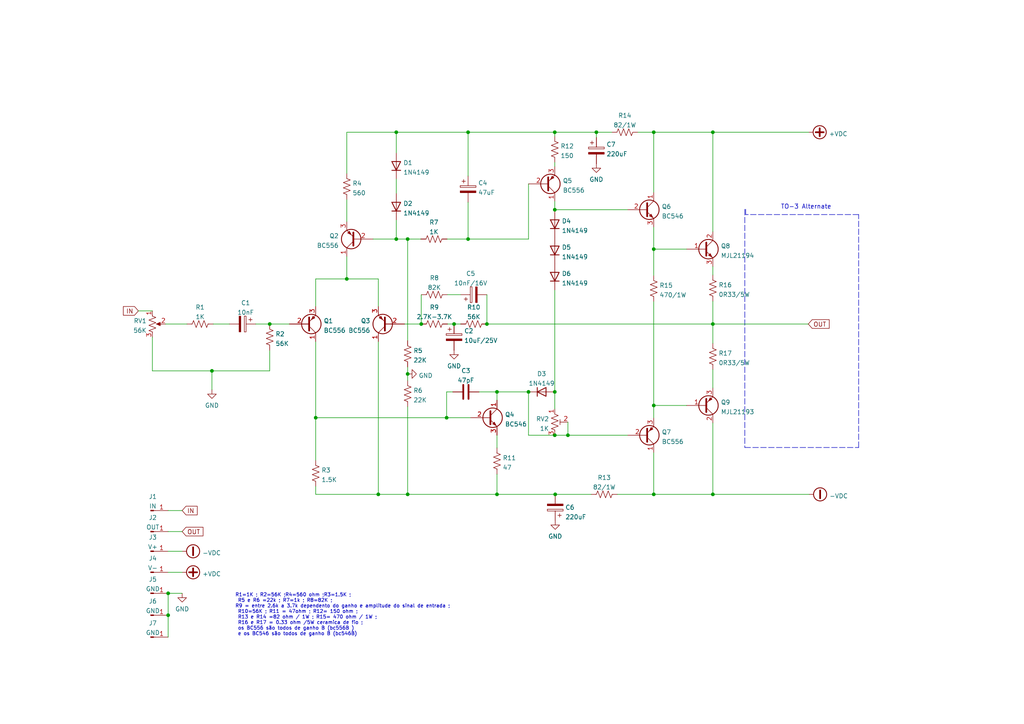
<source format=kicad_sch>
(kicad_sch (version 20211123) (generator eeschema)
  (paper "A4")
  (lib_symbols
    (symbol "Connector:Conn_01x01_Male" (pin_names (offset 1.016) hide)
      (property "Reference" "J" (at 0 2.54 0))
      (property "Value" "Conn_01x01_Male" (at 0 -2.54 0))
      (symbol "Conn_01x01_Male_1_1"
        (polyline (pts (xy 1.27 0) (xy 0.8636 0)) (stroke (width 0.1524)))
        (rectangle (start 0.8636 0.127) (end 0 -0.127) (stroke (width 0.1524)) (fill (type outline)))
        (pin passive line (at 5.08 0 180) (length 3.81) (name "Pin_1") (number "1"))
      )
    )
    (symbol "Device:C" (pin_numbers hide) (pin_names (offset 0.254))
      (property "Reference" "C" (at 0.635 2.54 0))
      (property "Value" "C" (at 0.635 -2.54 0))
      (symbol "C_0_1"
        (polyline (pts (xy -2.032 -0.762) (xy 2.032 -0.762)) (stroke (width 0.508)))
        (polyline (pts (xy -2.032 0.762) (xy 2.032 0.762)) (stroke (width 0.508)))
      )
      (symbol "C_1_1"
        (pin passive line (at 0 3.81 270) (length 2.794) (name "~") (number "1"))
        (pin passive line (at 0 -3.81 90) (length 2.794) (name "~") (number "2"))
      )
    )
    (symbol "Device:C_Polarized" (pin_numbers hide) (pin_names (offset 0.254))
      (property "Reference" "C" (at 0.635 2.54 0))
      (property "Value" "C_Polarized" (at 0.635 -2.54 0))
      (symbol "C_Polarized_0_1"
        (rectangle (start -2.286 0.508) (end 2.286 1.016))
        (polyline (pts (xy -1.778 2.286) (xy -0.762 2.286)))
        (polyline (pts (xy -1.27 2.794) (xy -1.27 1.778)))
        (rectangle (start 2.286 -0.508) (end -2.286 -1.016) (fill (type outline)))
      )
      (symbol "C_Polarized_1_1"
        (pin passive line (at 0 3.81 270) (length 2.794) (name "~") (number "1"))
        (pin passive line (at 0 -3.81 90) (length 2.794) (name "~") (number "2"))
      )
    )
    (symbol "Device:Q_NPN_BCE" (pin_names (offset 0) hide)
      (property "Reference" "Q" (at 5.08 1.27 0))
      (property "Value" "Q_NPN_BCE" (at 5.08 -1.27 0))
      (symbol "Q_NPN_BCE_0_1"
        (polyline (pts (xy 0.635 0.635) (xy 2.54 2.54)))
        (polyline (pts (xy 0.635 -0.635) (xy 2.54 -2.54) (xy 2.54 -2.54)))
        (polyline (pts (xy 0.635 1.905) (xy 0.635 -1.905) (xy 0.635 -1.905)) (stroke (width 0.508)))
        (polyline (pts (xy 1.27 -1.778) (xy 1.778 -1.27) (xy 2.286 -2.286) (xy 1.27 -1.778) (xy 1.27 -1.778)) (fill (type outline)))
        (circle (center 1.27 0) (radius 2.8194) (stroke (width 0.254)))
      )
      (symbol "Q_NPN_BCE_1_1"
        (pin input line (at -5.08 0 0) (length 5.715) (name "B") (number "1"))
        (pin passive line (at 2.54 5.08 270) (length 2.54) (name "C") (number "2"))
        (pin passive line (at 2.54 -5.08 90) (length 2.54) (name "E") (number "3"))
      )
    )
    (symbol "Device:Q_PNP_BCE" (pin_names (offset 0) hide)
      (property "Reference" "Q" (at 5.08 1.27 0))
      (property "Value" "Q_PNP_BCE" (at 5.08 -1.27 0))
      (symbol "Q_PNP_BCE_0_1"
        (polyline (pts (xy 0.635 0.635) (xy 2.54 2.54)))
        (polyline (pts (xy 0.635 -0.635) (xy 2.54 -2.54) (xy 2.54 -2.54)))
        (polyline (pts (xy 0.635 1.905) (xy 0.635 -1.905) (xy 0.635 -1.905)) (stroke (width 0.508)))
        (polyline (pts (xy 2.286 -1.778) (xy 1.778 -2.286) (xy 1.27 -1.27) (xy 2.286 -1.778) (xy 2.286 -1.778)) (fill (type outline)))
        (circle (center 1.27 0) (radius 2.8194) (stroke (width 0.254)))
      )
      (symbol "Q_PNP_BCE_1_1"
        (pin input line (at -5.08 0 0) (length 5.715) (name "B") (number "1"))
        (pin passive line (at 2.54 5.08 270) (length 2.54) (name "C") (number "2"))
        (pin passive line (at 2.54 -5.08 90) (length 2.54) (name "E") (number "3"))
      )
    )
    (symbol "Device:R_Potentiometer_Trim_US" (pin_names (offset 1.016) hide)
      (property "Reference" "RV" (at -4.445 0 90))
      (property "Value" "R_Potentiometer_Trim_US" (at -2.54 0 90))
      (symbol "R_Potentiometer_Trim_US_0_1"
        (polyline (pts (xy 0 -2.286) (xy 0 -2.54)))
        (polyline (pts (xy 0 2.286) (xy 0 2.54)))
        (polyline (pts (xy 1.524 0.762) (xy 1.524 -0.762)))
        (polyline (pts (xy 2.54 0) (xy 1.524 0)))
        (polyline (pts (xy 0 -0.762) (xy 1.016 -1.143) (xy 0 -1.524) (xy -1.016 -1.905) (xy 0 -2.286)))
        (polyline (pts (xy 0 0.762) (xy 1.016 0.381) (xy 0 0) (xy -1.016 -0.381) (xy 0 -0.762)))
        (polyline (pts (xy 0 2.286) (xy 1.016 1.905) (xy 0 1.524) (xy -1.016 1.143) (xy 0 0.762)))
      )
      (symbol "R_Potentiometer_Trim_US_1_1"
        (pin passive line (at 0 3.81 270) (length 1.27) (name "1") (number "1"))
        (pin passive line (at 3.81 0 180) (length 1.27) (name "2") (number "2"))
        (pin passive line (at 0 -3.81 90) (length 1.27) (name "3") (number "3"))
      )
    )
    (symbol "Device:R_Potentiometer_US" (pin_names (offset 1.016) hide)
      (property "Reference" "RV" (at -4.445 0 90))
      (property "Value" "R_Potentiometer_US" (at -2.54 0 90))
      (symbol "R_Potentiometer_US_0_1"
        (polyline (pts (xy 0 -2.286) (xy 0 -2.54)))
        (polyline (pts (xy 0 2.54) (xy 0 2.286)))
        (polyline (pts (xy 2.54 0) (xy 1.524 0)))
        (polyline (pts (xy 1.143 0) (xy 2.286 0.508) (xy 2.286 -0.508) (xy 1.143 0)) (fill (type outline)))
        (polyline (pts (xy 0 -0.762) (xy 1.016 -1.143) (xy 0 -1.524) (xy -1.016 -1.905) (xy 0 -2.286)))
        (polyline (pts (xy 0 0.762) (xy 1.016 0.381) (xy 0 0) (xy -1.016 -0.381) (xy 0 -0.762)))
        (polyline (pts (xy 0 2.286) (xy 1.016 1.905) (xy 0 1.524) (xy -1.016 1.143) (xy 0 0.762)))
      )
      (symbol "R_Potentiometer_US_1_1"
        (pin passive line (at 0 3.81 270) (length 1.27) (name "1") (number "1"))
        (pin passive line (at 3.81 0 180) (length 1.27) (name "2") (number "2"))
        (pin passive line (at 0 -3.81 90) (length 1.27) (name "3") (number "3"))
      )
    )
    (symbol "Device:R_US" (pin_numbers hide) (pin_names (offset 0))
      (property "Reference" "R" (at 2.54 0 90))
      (property "Value" "R_US" (at -2.54 0 90))
      (symbol "R_US_0_1"
        (polyline (pts (xy 0 -2.286) (xy 0 -2.54)))
        (polyline (pts (xy 0 2.286) (xy 0 2.54)))
        (polyline (pts (xy 0 -0.762) (xy 1.016 -1.143) (xy 0 -1.524) (xy -1.016 -1.905) (xy 0 -2.286)))
        (polyline (pts (xy 0 0.762) (xy 1.016 0.381) (xy 0 0) (xy -1.016 -0.381) (xy 0 -0.762)))
        (polyline (pts (xy 0 2.286) (xy 1.016 1.905) (xy 0 1.524) (xy -1.016 1.143) (xy 0 0.762)))
      )
      (symbol "R_US_1_1"
        (pin passive line (at 0 3.81 270) (length 1.27) (name "~") (number "1"))
        (pin passive line (at 0 -3.81 90) (length 1.27) (name "~") (number "2"))
      )
    )
    (symbol "Diode:1N4149" (pin_numbers hide) (pin_names (offset 1.016) hide)
      (property "Reference" "D" (at 0 2.54 0))
      (property "Value" "1N4149" (at 0 -2.54 0))
      (symbol "1N4149_0_1"
        (polyline (pts (xy -1.27 1.27) (xy -1.27 -1.27)) (stroke (width 0.254)))
        (polyline (pts (xy 1.27 0) (xy -1.27 0)))
        (polyline (pts (xy 1.27 1.27) (xy 1.27 -1.27) (xy -1.27 0) (xy 1.27 1.27)) (stroke (width 0.254)))
      )
      (symbol "1N4149_1_1"
        (pin passive line (at -3.81 0 0) (length 2.54) (name "K") (number "1"))
        (pin passive line (at 3.81 0 180) (length 2.54) (name "A") (number "2"))
      )
    )
    (symbol "Transistor_BJT:BC546" (pin_names (offset 0) hide)
      (property "Reference" "Q" (at 5.08 1.905 0))
      (property "Value" "BC546" (at 5.08 0 0))
      (symbol "BC546_0_1"
        (polyline (pts (xy 0 0) (xy 0.635 0)))
        (polyline (pts (xy 0.635 0.635) (xy 2.54 2.54)))
        (polyline (pts (xy 0.635 -0.635) (xy 2.54 -2.54) (xy 2.54 -2.54)))
        (polyline (pts (xy 0.635 1.905) (xy 0.635 -1.905) (xy 0.635 -1.905)) (stroke (width 0.508)))
        (polyline (pts (xy 1.27 -1.778) (xy 1.778 -1.27) (xy 2.286 -2.286) (xy 1.27 -1.778) (xy 1.27 -1.778)) (fill (type outline)))
        (circle (center 1.27 0) (radius 2.8194) (stroke (width 0.254)))
      )
      (symbol "BC546_1_1"
        (pin passive line (at 2.54 5.08 270) (length 2.54) (name "C") (number "1"))
        (pin input line (at -5.08 0 0) (length 5.08) (name "B") (number "2"))
        (pin passive line (at 2.54 -5.08 90) (length 2.54) (name "E") (number "3"))
      )
    )
    (symbol "Transistor_BJT:BC556" (pin_names (offset 0) hide)
      (property "Reference" "Q" (at 5.08 1.905 0))
      (property "Value" "BC556" (at 5.08 0 0))
      (symbol "BC556_0_1"
        (polyline (pts (xy 0.635 0.635) (xy 2.54 2.54)))
        (polyline (pts (xy 0.635 -0.635) (xy 2.54 -2.54) (xy 2.54 -2.54)))
        (polyline (pts (xy 0.635 1.905) (xy 0.635 -1.905) (xy 0.635 -1.905)) (stroke (width 0.508)))
        (polyline (pts (xy 2.286 -1.778) (xy 1.778 -2.286) (xy 1.27 -1.27) (xy 2.286 -1.778) (xy 2.286 -1.778)) (fill (type outline)))
        (circle (center 1.27 0) (radius 2.8194) (stroke (width 0.254)))
      )
      (symbol "BC556_1_1"
        (pin passive line (at 2.54 5.08 270) (length 2.54) (name "C") (number "1"))
        (pin input line (at -5.08 0 0) (length 5.715) (name "B") (number "2"))
        (pin passive line (at 2.54 -5.08 90) (length 2.54) (name "E") (number "3"))
      )
    )
    (symbol "power:+VDC" (power) (pin_names (offset 0))
      (property "Value" "+VDC" (at 0 6.35 0))
      (symbol "+VDC_0_1"
        (polyline (pts (xy -1.143 3.175) (xy 1.143 3.175)) (stroke (width 0.508)))
        (polyline (pts (xy 0 0) (xy 0 1.27)))
        (polyline (pts (xy 0 2.032) (xy 0 4.318)) (stroke (width 0.508)))
        (circle (center 0 3.175) (radius 1.905) (stroke (width 0.254)))
      )
      (symbol "+VDC_1_1"
        (pin power_in line (at 0 0 90) (length 0) hide (name "+VDC") (number "1"))
      )
    )
    (symbol "power:-VDC" (power) (pin_names (offset 0))
      (property "Value" "-VDC" (at 0 6.35 0))
      (symbol "-VDC_0_1"
        (polyline (pts (xy -1.143 3.175) (xy 1.143 3.175)) (stroke (width 0.508)))
        (polyline (pts (xy 0 0) (xy 0 1.27)))
        (circle (center 0 3.175) (radius 1.905) (stroke (width 0.254)))
      )
      (symbol "-VDC_1_1"
        (pin power_in line (at 0 0 90) (length 0) hide (name "-VDC") (number "1"))
      )
    )
    (symbol "power:GND" (power) (pin_names (offset 0))
      (property "Value" "GND" (at 0 -3.81 0))
      (symbol "GND_0_1"
        (polyline (pts (xy 0 0) (xy 0 -1.27) (xy 1.27 -1.27) (xy 0 -2.54) (xy -1.27 -1.27) (xy 0 -1.27)))
      )
      (symbol "GND_1_1"
        (pin power_in line (at 0 0 270) (length 0) hide (name "GND") (number "1"))
      )
    )
  )
  (junction (at 78.232 93.98))
  (junction (at 189.611 38.354))
  (junction (at 118.237 108.458))
  (junction (at 206.756 38.354))
  (junction (at 48.768 172.085))
  (junction (at 144.145 143.383))
  (junction (at 160.909 60.833))
  (junction (at 160.909 113.665))
  (junction (at 48.768 178.435))
  (junction (at 135.763 38.354))
  (junction (at 118.237 143.383))
  (junction (at 114.935 38.354))
  (junction (at 206.756 93.98))
  (junction (at 122.174 93.98))
  (junction (at 118.237 69.342))
  (junction (at 189.611 72.263))
  (junction (at 114.935 69.342))
  (junction (at 144.145 113.665))
  (junction (at 160.909 126.238))
  (junction (at 206.756 143.383))
  (junction (at 164.719 126.238))
  (junction (at 172.974 38.354))
  (junction (at 161.036 143.383))
  (junction (at 131.699 93.98))
  (junction (at 129.54 121.158))
  (junction (at 100.584 80.899))
  (junction (at 160.909 38.354))
  (junction (at 91.567 121.158))
  (junction (at 189.611 143.383))
  (junction (at 189.611 117.602))
  (junction (at 61.468 107.569))
  (junction (at 109.728 143.383))
  (junction (at 141.224 93.98))
  (junction (at 135.763 69.342))
  (junction (at 153.289 113.665))
  (wire (pts (xy 48.768 172.085) (xy 52.832 172.085)))
  (wire (pts (xy 48.768 159.893) (xy 52.832 159.893)))
  (wire (pts (xy 153.289 126.238) (xy 160.909 126.238)))
  (wire (pts (xy 171.45 143.383) (xy 161.036 143.383)))
  (wire (pts (xy 48.768 172.085) (xy 48.768 178.435)))
  (wire (pts (xy 160.909 60.833) (xy 160.909 61.214)))
  (wire (pts (xy 153.289 53.34) (xy 153.289 69.342)))
  (wire (pts (xy 114.935 44.323) (xy 114.935 38.354)))
  (wire (pts (xy 153.289 69.342) (xy 135.763 69.342)))
  (wire (pts (xy 144.145 116.078) (xy 144.145 113.665)))
  (wire (pts (xy 164.719 126.238) (xy 164.719 122.428)))
  (wire (pts (xy 153.289 113.665) (xy 153.289 126.238)))
  (wire (pts (xy 129.794 85.471) (xy 133.604 85.471)))
  (wire (pts (xy 206.756 77.343) (xy 206.756 79.756)))
  (wire (pts (xy 118.237 108.458) (xy 118.237 110.363)))
  (wire (pts (xy 160.909 38.354) (xy 135.763 38.354)))
  (wire (pts (xy 114.935 51.943) (xy 114.935 56.134)))
  (wire (pts (xy 108.204 69.342) (xy 114.935 69.342)))
  (wire (pts (xy 206.756 107.188) (xy 206.756 112.522)))
  (polyline (pts (xy 216.027 60.706) (xy 216.027 129.794)))
  (wire (pts (xy 141.224 85.471) (xy 141.224 93.98)))
  (wire (pts (xy 206.756 143.383) (xy 189.611 143.383)))
  (wire (pts (xy 109.728 99.06) (xy 109.728 143.383)))
  (wire (pts (xy 91.567 99.06) (xy 91.567 121.158)))
  (wire (pts (xy 78.232 101.6) (xy 78.232 107.569)))
  (wire (pts (xy 91.567 121.158) (xy 129.54 121.158)))
  (wire (pts (xy 40.132 90.17) (xy 44.196 90.17)))
  (wire (pts (xy 122.174 85.471) (xy 122.174 93.98)))
  (polyline (pts (xy 216.281 60.706) (xy 216.281 62.23)))
  (wire (pts (xy 189.611 117.602) (xy 189.611 121.158)))
  (wire (pts (xy 118.237 143.383) (xy 109.728 143.383)))
  (wire (pts (xy 206.756 93.98) (xy 141.224 93.98)))
  (wire (pts (xy 118.237 69.342) (xy 118.237 98.806)))
  (wire (pts (xy 160.909 113.665) (xy 160.909 118.618)))
  (wire (pts (xy 48.768 154.178) (xy 52.832 154.178)))
  (wire (pts (xy 185.039 38.354) (xy 189.611 38.354)))
  (wire (pts (xy 129.794 93.98) (xy 131.699 93.98)))
  (wire (pts (xy 144.145 143.383) (xy 118.237 143.383)))
  (wire (pts (xy 206.756 122.682) (xy 206.756 143.383)))
  (wire (pts (xy 48.768 148.082) (xy 52.832 148.082)))
  (wire (pts (xy 189.611 131.318) (xy 189.611 143.383)))
  (wire (pts (xy 172.974 38.354) (xy 160.909 38.354)))
  (wire (pts (xy 189.611 117.602) (xy 199.136 117.602)))
  (wire (pts (xy 129.54 113.665) (xy 131.318 113.665)))
  (wire (pts (xy 189.611 65.913) (xy 189.611 72.263)))
  (wire (pts (xy 114.935 63.754) (xy 114.935 69.342)))
  (wire (pts (xy 189.611 72.263) (xy 189.611 79.883)))
  (wire (pts (xy 144.145 137.541) (xy 144.145 143.383)))
  (wire (pts (xy 61.468 107.569) (xy 44.196 107.569)))
  (wire (pts (xy 74.168 93.98) (xy 78.232 93.98)))
  (wire (pts (xy 109.728 88.9) (xy 109.728 80.899)))
  (wire (pts (xy 100.584 74.422) (xy 100.584 80.899)))
  (wire (pts (xy 160.909 60.833) (xy 181.991 60.833)))
  (wire (pts (xy 114.935 69.342) (xy 118.237 69.342)))
  (wire (pts (xy 234.569 38.354) (xy 206.756 38.354)))
  (wire (pts (xy 189.611 38.354) (xy 189.611 55.753)))
  (wire (pts (xy 48.768 165.989) (xy 52.832 165.989)))
  (wire (pts (xy 78.232 93.98) (xy 83.947 93.98)))
  (polyline (pts (xy 216.027 129.794) (xy 249.047 129.794)))
  (wire (pts (xy 91.567 143.383) (xy 91.567 141.097)))
  (polyline (pts (xy 249.047 62.23) (xy 216.281 62.23)))
  (wire (pts (xy 100.584 38.354) (xy 100.584 50.292)))
  (wire (pts (xy 172.974 38.354) (xy 177.419 38.354)))
  (wire (pts (xy 206.756 38.354) (xy 206.756 67.183)))
  (wire (pts (xy 91.567 80.899) (xy 100.584 80.899)))
  (wire (pts (xy 100.584 57.912) (xy 100.584 64.262)))
  (wire (pts (xy 61.468 107.569) (xy 61.468 113.03)))
  (wire (pts (xy 91.567 121.158) (xy 91.567 133.477)))
  (wire (pts (xy 206.756 93.98) (xy 234.442 93.98)))
  (wire (pts (xy 135.763 38.354) (xy 114.935 38.354)))
  (wire (pts (xy 118.237 69.342) (xy 122.047 69.342)))
  (wire (pts (xy 160.909 39.497) (xy 160.909 38.354)))
  (wire (pts (xy 44.196 97.79) (xy 44.196 107.569)))
  (wire (pts (xy 144.145 113.665) (xy 153.289 113.665)))
  (wire (pts (xy 100.584 80.899) (xy 109.728 80.899)))
  (wire (pts (xy 117.348 93.98) (xy 122.174 93.98)))
  (wire (pts (xy 135.763 58.674) (xy 135.763 69.342)))
  (wire (pts (xy 118.237 106.426) (xy 118.237 108.458)))
  (wire (pts (xy 160.909 84.074) (xy 160.909 113.665)))
  (wire (pts (xy 189.611 72.263) (xy 199.136 72.263)))
  (wire (pts (xy 161.036 143.383) (xy 144.145 143.383)))
  (wire (pts (xy 135.763 51.054) (xy 135.763 38.354)))
  (wire (pts (xy 189.611 87.503) (xy 189.611 117.602)))
  (wire (pts (xy 160.909 126.238) (xy 164.719 126.238)))
  (wire (pts (xy 100.584 38.354) (xy 114.935 38.354)))
  (wire (pts (xy 135.763 69.342) (xy 129.667 69.342)))
  (wire (pts (xy 91.567 143.383) (xy 109.728 143.383)))
  (wire (pts (xy 144.145 126.238) (xy 144.145 129.921)))
  (wire (pts (xy 189.611 143.383) (xy 179.07 143.383)))
  (wire (pts (xy 160.909 47.117) (xy 160.909 48.26)))
  (polyline (pts (xy 249.047 129.794) (xy 249.047 62.23)))
  (wire (pts (xy 234.696 143.383) (xy 206.756 143.383)))
  (wire (pts (xy 138.938 113.665) (xy 144.145 113.665)))
  (wire (pts (xy 172.974 39.878) (xy 172.974 38.354)))
  (wire (pts (xy 129.54 121.158) (xy 129.54 113.665)))
  (wire (pts (xy 48.006 93.98) (xy 54.229 93.98)))
  (wire (pts (xy 160.909 58.42) (xy 160.909 60.833)))
  (wire (pts (xy 118.237 117.983) (xy 118.237 143.383)))
  (wire (pts (xy 48.768 178.435) (xy 48.768 184.785)))
  (wire (pts (xy 206.756 93.98) (xy 206.756 99.568)))
  (wire (pts (xy 91.567 88.9) (xy 91.567 80.899)))
  (wire (pts (xy 131.699 93.98) (xy 133.604 93.98)))
  (wire (pts (xy 206.756 38.354) (xy 189.611 38.354)))
  (wire (pts (xy 136.525 121.158) (xy 129.54 121.158)))
  (wire (pts (xy 61.849 93.98) (xy 66.548 93.98)))
  (wire (pts (xy 164.719 126.238) (xy 181.991 126.238)))
  (wire (pts (xy 206.756 87.376) (xy 206.756 93.98)))
  (wire (pts (xy 61.468 107.569) (xy 78.232 107.569)))
  (text "TO-3 Alternate\n" (at 226.441 60.833 0) (effects (font (size 1.27 1.27)) (justify left bottom)))
  (text "R1=1K ; R2=56K ;R4=560 ohm ;R3=1.5K ;\n R5 e R6 =22k ; R7=1k ; R8=82K ; \nR9 = entre 2.6k a 3.7k dependento do ganho e amplitude do sinal de entrada ; \n R10=56K ; R11 = 47ohm ; R12= 150 ohm ;\n R13 e R14 =82 ohm / 1W ; R15= 470 ohm / 1W ; \n R16 e R17 = 0.33 ohm /5W ceramica de fio ;\n os BC556 são todos de ganho B (bc556B ) \n e os BC546 são todos de ganho B (bc546B)" (at 68.199 184.531 0) (effects (font (size 1 1)) (justify left bottom)))
  (global_label "IN" (shape input) (at 40.132 90.17 180) (property "Intersheet References" "${INTERSHEET_REFS}" (effects hide)))
  (global_label "OUT" (shape input) (at 52.832 154.178 0) (property "Intersheet References" "${INTERSHEET_REFS}" (effects hide)))
  (global_label "IN" (shape input) (at 52.832 148.082 0) (property "Intersheet References" "${INTERSHEET_REFS}" (effects hide)))
  (global_label "OUT" (shape input) (at 234.442 93.98 0) (property "Intersheet References" "${INTERSHEET_REFS}" (effects hide)))
  (symbol (lib_id "Device:R_US") (at 118.237 114.173 180) (unit 1)
    (property "Reference" "R6" (at 119.888 113.2645 0) (effects (justify right)))
    (property "Value" "22K" (at 119.888 116.0396 0) (effects (justify right)))
    (property "Footprint" "Resistor_THT:R_Axial_DIN0207_L6.3mm_D2.5mm_P7.62mm_Horizontal" (effects hide))
  )
  (symbol (lib_id "Device:R_US") (at 78.232 97.79 180) (unit 1)
    (property "Reference" "R2" (at 79.883 96.8815 0) (effects (justify right)))
    (property "Value" "56K" (at 79.883 99.6566 0) (effects (justify right)))
    (property "Footprint" "Resistor_THT:R_Axial_DIN0207_L6.3mm_D2.5mm_P7.62mm_Horizontal" (effects hide))
  )
  (symbol (lib_id "Device:R_US") (at 189.611 83.693 180) (unit 1)
    (property "Reference" "R15" (at 191.262 82.7845 0) (effects (justify right)))
    (property "Value" "470/1W" (at 191.262 85.5596 0) (effects (justify right)))
    (property "Footprint" "Resistor_THT:R_Axial_DIN0207_L6.3mm_D2.5mm_P7.62mm_Horizontal" (effects hide))
  )
  (symbol (lib_id "Device:R_US") (at 118.237 102.616 180) (unit 1)
    (property "Reference" "R5" (at 119.888 101.7075 0) (effects (justify right)))
    (property "Value" "22K" (at 119.888 104.4826 0) (effects (justify right)))
    (property "Footprint" "Resistor_THT:R_Axial_DIN0207_L6.3mm_D2.5mm_P7.62mm_Horizontal" (effects hide))
  )
  (symbol (lib_id "Diode:1N4149") (at 160.909 72.644 90) (unit 1)
    (property "Reference" "D5" (at 162.941 71.7355 90) (effects (justify right)))
    (property "Value" "1N4149" (at 162.941 74.5106 90) (effects (justify right)))
    (property "Footprint" "Diode_THT:D_DO-35_SOD27_P7.62mm_Horizontal" (effects hide))
    (property "Datasheet" "http://www.microsemi.com/document-portal/doc_view/11580-lds-0239" (effects hide))
  )
  (symbol (lib_id "Diode:1N4149") (at 160.909 80.264 90) (unit 1)
    (property "Reference" "D6" (at 162.941 79.3555 90) (effects (justify right)))
    (property "Value" "1N4149" (at 162.941 82.1306 90) (effects (justify right)))
    (property "Footprint" "Diode_THT:D_DO-35_SOD27_P7.62mm_Horizontal" (effects hide))
    (property "Datasheet" "http://www.microsemi.com/document-portal/doc_view/11580-lds-0239" (effects hide))
  )
  (symbol (lib_id "Transistor_BJT:BC556") (at 103.124 69.342 180) (unit 1)
    (property "Reference" "Q2" (at 98.2726 68.4335 0) (effects (justify left)))
    (property "Value" "BC556" (at 98.2726 71.2086 0) (effects (justify left)))
    (property "Footprint" "Package_TO_SOT_THT:TO-92_Inline" (effects hide))
    (property "Datasheet" "https://www.onsemi.com/pub/Collateral/BC556BTA-D.pdf" (effects hide))
  )
  (symbol (lib_id "Connector:Conn_01x01_Male") (at 43.688 172.085 0) (unit 1)
    (property "Reference" "J5" (at 44.323 168.0423 0))
    (property "Value" "GND" (at 44.323 170.8174 0))
    (property "Footprint" "Custom Library:Spade Conector 6.3mm TE_1217861" (effects hide))
  )
  (symbol (lib_id "Device:R_US") (at 137.414 93.98 90) (unit 1)
    (property "Reference" "R10" (at 137.414 89.1245 90))
    (property "Value" "56K" (at 137.414 91.8996 90))
    (property "Footprint" "Resistor_THT:R_Axial_DIN0207_L6.3mm_D2.5mm_P7.62mm_Horizontal" (effects hide))
  )
  (symbol (lib_id "Device:C_Polarized") (at 172.974 43.688 0) (unit 1)
    (property "Reference" "C7" (at 175.895 41.8905 0) (effects (justify left)))
    (property "Value" "220uF" (at 175.895 44.6656 0) (effects (justify left)))
    (property "Footprint" "Capacitor_THT:CP_Radial_D10.0mm_P5.00mm_P7.50mm" (effects hide))
  )
  (symbol (lib_id "Device:C") (at 135.128 113.665 90) (unit 1)
    (property "Reference" "C3" (at 135.128 107.5395 90))
    (property "Value" "47pF" (at 135.128 110.3146 90))
    (property "Footprint" "Capacitor_THT:C_Rect_L7.2mm_W4.5mm_P5.00mm_FKS2_FKP2_MKS2_MKP2" (effects hide))
  )
  (symbol (lib_id "Device:R_US") (at 144.145 133.731 180) (unit 1)
    (property "Reference" "R11" (at 145.796 132.8225 0) (effects (justify right)))
    (property "Value" "47" (at 145.796 135.5976 0) (effects (justify right)))
    (property "Footprint" "Resistor_THT:R_Axial_DIN0207_L6.3mm_D2.5mm_P7.62mm_Horizontal" (effects hide))
  )
  (symbol (lib_id "Device:R_US") (at 125.857 69.342 270) (unit 1)
    (property "Reference" "R7" (at 125.857 64.4865 90))
    (property "Value" "1K" (at 125.857 67.2616 90))
    (property "Footprint" "Resistor_THT:R_Axial_DIN0207_L6.3mm_D2.5mm_P7.62mm_Horizontal" (effects hide))
  )
  (symbol (lib_id "Connector:Conn_01x01_Male") (at 43.688 184.785 0) (unit 1)
    (property "Reference" "J7" (at 44.323 180.7423 0))
    (property "Value" "GND" (at 44.323 183.5174 0))
    (property "Footprint" "Custom Library:Spade Conector 6.3mm TE_1217861" (effects hide))
  )
  (symbol (lib_id "Transistor_BJT:BC546") (at 187.071 60.833 0) (unit 1)
    (property "Reference" "Q6" (at 191.9224 59.9245 0) (effects (justify left)))
    (property "Value" "BC546" (at 191.9224 62.6996 0) (effects (justify left)))
    (property "Footprint" "Package_TO_SOT_THT:TO-92_Inline" (effects hide))
    (property "Datasheet" "https://www.onsemi.com/pub/Collateral/BC550-D.pdf" (effects hide))
  )
  (symbol (lib_id "Device:R_US") (at 125.984 85.471 90) (unit 1)
    (property "Reference" "R8" (at 125.984 80.6155 90))
    (property "Value" "82K" (at 125.984 83.3906 90))
    (property "Footprint" "Resistor_THT:R_Axial_DIN0207_L6.3mm_D2.5mm_P7.62mm_Horizontal" (effects hide))
  )
  (symbol (lib_id "Device:C_Polarized") (at 131.699 97.79 0) (unit 1)
    (property "Reference" "C2" (at 134.62 95.9925 0) (effects (justify left)))
    (property "Value" "10uF/25V" (at 134.62 98.7676 0) (effects (justify left)))
    (property "Footprint" "Capacitor_THT:CP_Radial_D10.0mm_P5.00mm_P7.50mm" (effects hide))
  )
  (symbol (lib_id "Connector:Conn_01x01_Male") (at 43.688 154.178 0) (unit 1)
    (property "Reference" "J2" (at 44.323 150.1353 0))
    (property "Value" "OUT" (at 44.323 152.9104 0))
    (property "Footprint" "Custom Library:Spade Conector 6.3mm TE_1217861" (effects hide))
  )
  (symbol (lib_id "Device:C_Polarized") (at 161.036 147.193 180) (unit 1)
    (property "Reference" "C6" (at 163.957 147.1735 0) (effects (justify right)))
    (property "Value" "220uF" (at 163.957 149.9486 0) (effects (justify right)))
    (property "Footprint" "Capacitor_THT:CP_Radial_D10.0mm_P5.00mm_P7.50mm" (effects hide))
  )
  (symbol (lib_id "Transistor_BJT:BC556") (at 89.027 93.98 0) (mirror x) (unit 1)
    (property "Reference" "Q1" (at 93.8784 93.0715 0) (effects (justify left)))
    (property "Value" "BC556" (at 93.8784 95.8466 0) (effects (justify left)))
    (property "Footprint" "Package_TO_SOT_THT:TO-92_Inline" (effects hide))
    (property "Datasheet" "https://www.onsemi.com/pub/Collateral/BC556BTA-D.pdf" (effects hide))
  )
  (symbol (lib_id "power:GND") (at 52.832 172.085 0) (unit 1)
    (property "Reference" "#PWR0101" (effects hide))
    (property "Value" "GND" (at 52.832 176.6475 0))
  )
  (symbol (lib_id "Connector:Conn_01x01_Male") (at 43.688 159.893 0) (unit 1)
    (property "Reference" "J3" (at 44.323 155.8503 0))
    (property "Value" "V+" (at 44.323 158.6254 0))
    (property "Footprint" "Custom Library:Spade Conector 6.3mm TE_1217861" (effects hide))
  )
  (symbol (lib_id "power:GND") (at 161.036 151.003 0) (unit 1)
    (property "Reference" "#PWR0104" (effects hide))
    (property "Value" "GND" (at 161.036 155.5655 0))
  )
  (symbol (lib_id "Device:R_US") (at 181.229 38.354 270) (unit 1)
    (property "Reference" "R14" (at 181.229 33.4985 90))
    (property "Value" "82/1W" (at 181.229 36.2736 90))
    (property "Footprint" "Resistor_THT:R_Axial_DIN0414_L11.9mm_D4.5mm_P15.24mm_Horizontal" (effects hide))
  )
  (symbol (lib_id "Device:R_US") (at 125.984 93.98 90) (unit 1)
    (property "Reference" "R9" (at 125.984 89.1245 90))
    (property "Value" "2.7K-3.7K" (at 125.984 91.8996 90))
    (property "Footprint" "Resistor_THT:R_Axial_DIN0207_L6.3mm_D2.5mm_P7.62mm_Horizontal" (effects hide))
  )
  (symbol (lib_id "Transistor_BJT:BC556") (at 187.071 126.238 0) (mirror x) (unit 1)
    (property "Reference" "Q7" (at 191.9224 125.3295 0) (effects (justify left)))
    (property "Value" "BC556" (at 191.9224 128.1046 0) (effects (justify left)))
    (property "Footprint" "Package_TO_SOT_THT:TO-92_Inline" (effects hide))
    (property "Datasheet" "https://www.onsemi.com/pub/Collateral/BC556BTA-D.pdf" (effects hide))
  )
  (symbol (lib_id "Device:Q_NPN_BCE") (at 204.216 72.263 0) (unit 1)
    (property "Reference" "Q8" (at 209.0674 71.3545 0) (effects (justify left)))
    (property "Value" "MJL21194" (at 209.0674 74.1296 0) (effects (justify left)))
    (property "Footprint" "Package_TO_SOT_THT:TO-264-3_Vertical" (effects hide))
  )
  (symbol (lib_id "Device:R_US") (at 206.756 103.378 180) (unit 1)
    (property "Reference" "R17" (at 208.407 102.4695 0) (effects (justify right)))
    (property "Value" "0R33/5W" (at 208.407 105.2446 0) (effects (justify right)))
    (property "Footprint" "Resistor_THT:R_Axial_DIN0922_L20.0mm_D9.0mm_P25.40mm_Horizontal" (effects hide))
  )
  (symbol (lib_id "Device:C_Polarized") (at 70.358 93.98 270) (unit 1)
    (property "Reference" "C1" (at 71.247 87.8545 90))
    (property "Value" "10nF" (at 71.247 90.6296 90))
    (property "Footprint" "Capacitor_THT:CP_Radial_D10.0mm_P5.00mm_P7.50mm" (effects hide))
  )
  (symbol (lib_id "Connector:Conn_01x01_Male") (at 43.688 148.082 0) (unit 1)
    (property "Reference" "J1" (at 44.323 144.0393 0))
    (property "Value" "IN" (at 44.323 146.8144 0))
    (property "Footprint" "Custom Library:Spade Conector 6.3mm TE_1217861" (effects hide))
  )
  (symbol (lib_id "Connector:Conn_01x01_Male") (at 43.688 165.989 0) (unit 1)
    (property "Reference" "J4" (at 44.323 161.9463 0))
    (property "Value" "V-" (at 44.323 164.7214 0))
    (property "Footprint" "Custom Library:Spade Conector 6.3mm TE_1217861" (effects hide))
  )
  (symbol (lib_id "Diode:1N4149") (at 114.935 48.133 90) (unit 1)
    (property "Reference" "D1" (at 116.967 47.2245 90) (effects (justify right)))
    (property "Value" "1N4149" (at 116.967 49.9996 90) (effects (justify right)))
    (property "Footprint" "Diode_THT:D_DO-35_SOD27_P7.62mm_Horizontal" (effects hide))
    (property "Datasheet" "http://www.microsemi.com/document-portal/doc_view/11580-lds-0239" (effects hide))
  )
  (symbol (lib_id "Device:R_US") (at 100.584 54.102 180) (unit 1)
    (property "Reference" "R4" (at 102.235 53.1935 0) (effects (justify right)))
    (property "Value" "560" (at 102.235 55.9686 0) (effects (justify right)))
    (property "Footprint" "Resistor_THT:R_Axial_DIN0207_L6.3mm_D2.5mm_P7.62mm_Horizontal" (effects hide))
  )
  (symbol (lib_id "Transistor_BJT:BC556") (at 158.369 53.34 0) (mirror x) (unit 1)
    (property "Reference" "Q5" (at 163.2204 52.4315 0) (effects (justify left)))
    (property "Value" "BC556" (at 163.2204 55.2066 0) (effects (justify left)))
    (property "Footprint" "Package_TO_SOT_THT:TO-92_Inline" (effects hide))
    (property "Datasheet" "https://www.onsemi.com/pub/Collateral/BC556BTA-D.pdf" (effects hide))
  )
  (symbol (lib_id "power:-VDC") (at 234.696 143.383 270) (unit 1)
    (property "Reference" "#PWR0109" (effects hide))
    (property "Value" "-VDC" (at 240.538 143.862 90) (effects (justify left)))
  )
  (symbol (lib_id "Device:R_US") (at 175.26 143.383 90) (unit 1)
    (property "Reference" "R13" (at 175.26 138.5275 90))
    (property "Value" "82/1W" (at 175.26 141.3026 90))
    (property "Footprint" "Resistor_THT:R_Axial_DIN0414_L11.9mm_D4.5mm_P15.24mm_Horizontal" (effects hide))
  )
  (symbol (lib_id "Transistor_BJT:BC556") (at 112.268 93.98 180) (unit 1)
    (property "Reference" "Q3" (at 107.4166 93.0715 0) (effects (justify left)))
    (property "Value" "BC556" (at 107.4166 95.8466 0) (effects (justify left)))
    (property "Footprint" "Package_TO_SOT_THT:TO-92_Inline" (effects hide))
    (property "Datasheet" "https://www.onsemi.com/pub/Collateral/BC556BTA-D.pdf" (effects hide))
  )
  (symbol (lib_id "Device:R_US") (at 58.039 93.98 90) (unit 1)
    (property "Reference" "R1" (at 58.039 89.1245 90))
    (property "Value" "1K" (at 58.039 91.8996 90))
    (property "Footprint" "Resistor_THT:R_Axial_DIN0207_L6.3mm_D2.5mm_P7.62mm_Horizontal" (effects hide))
  )
  (symbol (lib_id "Transistor_BJT:BC546") (at 141.605 121.158 0) (unit 1)
    (property "Reference" "Q4" (at 146.4564 120.2495 0) (effects (justify left)))
    (property "Value" "BC546" (at 146.4564 123.0246 0) (effects (justify left)))
    (property "Footprint" "Package_TO_SOT_THT:TO-92_Inline" (effects hide))
    (property "Datasheet" "https://www.onsemi.com/pub/Collateral/BC550-D.pdf" (effects hide))
  )
  (symbol (lib_id "power:GND") (at 61.468 113.03 0) (unit 1)
    (property "Reference" "#PWR0110" (effects hide))
    (property "Value" "GND" (at 61.468 117.5925 0))
  )
  (symbol (lib_id "Diode:1N4149") (at 160.909 65.024 90) (unit 1)
    (property "Reference" "D4" (at 162.941 64.1155 90) (effects (justify right)))
    (property "Value" "1N4149" (at 162.941 66.8906 90) (effects (justify right)))
    (property "Footprint" "Diode_THT:D_DO-35_SOD27_P7.62mm_Horizontal" (effects hide))
    (property "Datasheet" "http://www.microsemi.com/document-portal/doc_view/11580-lds-0239" (effects hide))
  )
  (symbol (lib_id "Device:R_US") (at 91.567 137.287 180) (unit 1)
    (property "Reference" "R3" (at 93.218 136.3785 0) (effects (justify right)))
    (property "Value" "1.5K" (at 93.218 139.1536 0) (effects (justify right)))
    (property "Footprint" "Resistor_THT:R_Axial_DIN0207_L6.3mm_D2.5mm_P7.62mm_Horizontal" (effects hide))
  )
  (symbol (lib_id "Diode:1N4149") (at 157.099 113.665 0) (unit 1)
    (property "Reference" "D3" (at 157.099 108.4285 0))
    (property "Value" "1N4149" (at 157.099 111.2036 0))
    (property "Footprint" "Diode_THT:D_DO-35_SOD27_P7.62mm_Horizontal" (effects hide))
    (property "Datasheet" "http://www.microsemi.com/document-portal/doc_view/11580-lds-0239" (effects hide))
  )
  (symbol (lib_id "power:+VDC") (at 52.832 165.989 270) (unit 1)
    (property "Reference" "#PWR0102" (effects hide))
    (property "Value" "+VDC" (at 58.674 166.468 90) (effects (justify left)))
  )
  (symbol (lib_id "power:GND") (at 118.237 108.458 90) (unit 1)
    (property "Reference" "#PWR0105" (effects hide))
    (property "Value" "GND" (at 121.412 108.937 90) (effects (justify right)))
  )
  (symbol (lib_id "Device:Q_PNP_BCE") (at 204.216 117.602 0) (mirror x) (unit 1)
    (property "Reference" "Q9" (at 209.0674 116.6935 0) (effects (justify left)))
    (property "Value" "MJL21193" (at 209.0674 119.4686 0) (effects (justify left)))
    (property "Footprint" "Package_TO_SOT_THT:TO-264-3_Vertical" (effects hide))
  )
  (symbol (lib_id "Device:R_Potentiometer_Trim_US") (at 160.909 122.428 0) (unit 1)
    (property "Reference" "RV2" (at 159.2581 121.5195 0) (effects (justify right)))
    (property "Value" "1K" (at 159.2581 124.2946 0) (effects (justify right)))
    (property "Footprint" "Potentiometer_THT:Potentiometer_Bourns_3296W_Vertical" (effects hide))
  )
  (symbol (lib_id "Connector:Conn_01x01_Male") (at 43.688 178.435 0) (unit 1)
    (property "Reference" "J6" (at 44.323 174.3923 0))
    (property "Value" "GND" (at 44.323 177.1674 0))
    (property "Footprint" "Custom Library:Spade Conector 6.3mm TE_1217861" (effects hide))
  )
  (symbol (lib_id "Device:R_US") (at 206.756 83.566 180) (unit 1)
    (property "Reference" "R16" (at 208.407 82.6575 0) (effects (justify right)))
    (property "Value" "0R33/5W" (at 208.407 85.4326 0) (effects (justify right)))
    (property "Footprint" "Resistor_THT:R_Axial_DIN0922_L20.0mm_D9.0mm_P25.40mm_Horizontal" (effects hide))
  )
  (symbol (lib_id "Device:R_Potentiometer_US") (at 44.196 93.98 0) (unit 1)
    (property "Reference" "RV1" (at 42.545 93.0715 0) (effects (justify right)))
    (property "Value" "56K" (at 42.545 95.8466 0) (effects (justify right)))
    (property "Footprint" "Connector_Wire:SolderWire-0.5sqmm_1x03_P4.6mm_D0.9mm_OD2.1mm" (effects hide))
  )
  (symbol (lib_id "power:+VDC") (at 234.569 38.354 270) (unit 1)
    (property "Reference" "#PWR0108" (effects hide))
    (property "Value" "+VDC" (at 240.411 38.833 90) (effects (justify left)))
  )
  (symbol (lib_id "power:GND") (at 131.699 101.6 0) (unit 1)
    (property "Reference" "#PWR0106" (effects hide))
    (property "Value" "GND" (at 131.699 106.1625 0))
  )
  (symbol (lib_id "Device:R_US") (at 160.909 43.307 180) (unit 1)
    (property "Reference" "R12" (at 162.56 42.3985 0) (effects (justify right)))
    (property "Value" "150" (at 162.56 45.1736 0) (effects (justify right)))
    (property "Footprint" "Resistor_THT:R_Axial_DIN0207_L6.3mm_D2.5mm_P7.62mm_Horizontal" (effects hide))
  )
  (symbol (lib_id "Diode:1N4149") (at 114.935 59.944 90) (unit 1)
    (property "Reference" "D2" (at 116.967 59.0355 90) (effects (justify right)))
    (property "Value" "1N4149" (at 116.967 61.8106 90) (effects (justify right)))
    (property "Footprint" "Diode_THT:D_DO-35_SOD27_P7.62mm_Horizontal" (effects hide))
    (property "Datasheet" "http://www.microsemi.com/document-portal/doc_view/11580-lds-0239" (effects hide))
  )
  (symbol (lib_id "power:-VDC") (at 52.832 159.893 270) (unit 1)
    (property "Reference" "#PWR0103" (effects hide))
    (property "Value" "-VDC" (at 58.674 160.372 90) (effects (justify left)))
  )
  (symbol (lib_id "Device:C_Polarized") (at 135.763 54.864 0) (unit 1)
    (property "Reference" "C4" (at 138.684 53.0665 0) (effects (justify left)))
    (property "Value" "47uF" (at 138.684 55.8416 0) (effects (justify left)))
    (property "Footprint" "Capacitor_THT:CP_Radial_D10.0mm_P5.00mm_P7.50mm" (effects hide))
  )
  (symbol (lib_id "power:GND") (at 172.974 47.498 0) (unit 1)
    (property "Reference" "#PWR0107" (effects hide))
    (property "Value" "GND" (at 172.974 52.0605 0))
  )
  (symbol (lib_id "Device:C_Polarized") (at 137.414 85.471 90) (unit 1)
    (property "Reference" "C5" (at 136.525 79.3455 90))
    (property "Value" "10nF/16V" (at 136.525 82.1206 90))
    (property "Footprint" "Capacitor_THT:CP_Radial_D10.0mm_P5.00mm_P7.50mm" (effects hide))
  )
)
</source>
